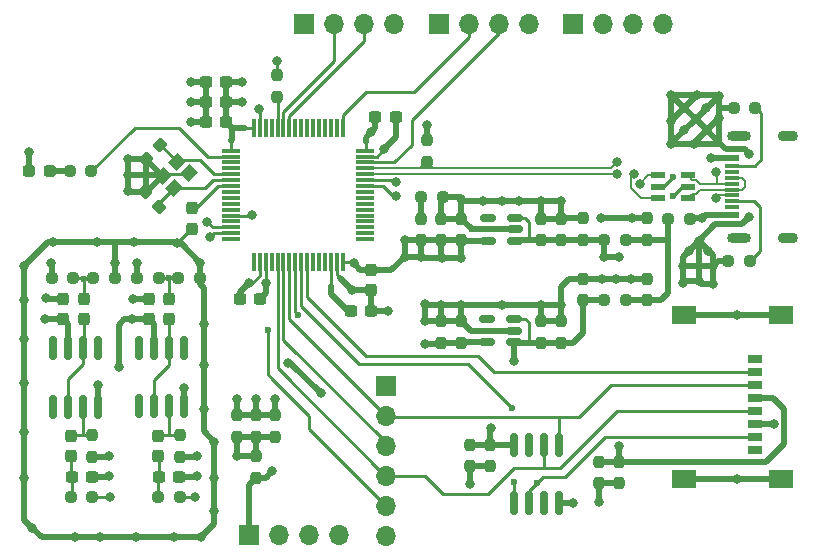
<source format=gbr>
%TF.GenerationSoftware,KiCad,Pcbnew,(6.0.4)*%
%TF.CreationDate,2023-02-16T23:06:39+01:00*%
%TF.ProjectId,Apollo - DSP,41706f6c-6c6f-4202-9d20-4453502e6b69,rev?*%
%TF.SameCoordinates,Original*%
%TF.FileFunction,Copper,L1,Top*%
%TF.FilePolarity,Positive*%
%FSLAX46Y46*%
G04 Gerber Fmt 4.6, Leading zero omitted, Abs format (unit mm)*
G04 Created by KiCad (PCBNEW (6.0.4)) date 2023-02-16 23:06:39*
%MOMM*%
%LPD*%
G01*
G04 APERTURE LIST*
G04 Aperture macros list*
%AMRoundRect*
0 Rectangle with rounded corners*
0 $1 Rounding radius*
0 $2 $3 $4 $5 $6 $7 $8 $9 X,Y pos of 4 corners*
0 Add a 4 corners polygon primitive as box body*
4,1,4,$2,$3,$4,$5,$6,$7,$8,$9,$2,$3,0*
0 Add four circle primitives for the rounded corners*
1,1,$1+$1,$2,$3*
1,1,$1+$1,$4,$5*
1,1,$1+$1,$6,$7*
1,1,$1+$1,$8,$9*
0 Add four rect primitives between the rounded corners*
20,1,$1+$1,$2,$3,$4,$5,0*
20,1,$1+$1,$4,$5,$6,$7,0*
20,1,$1+$1,$6,$7,$8,$9,0*
20,1,$1+$1,$8,$9,$2,$3,0*%
%AMRotRect*
0 Rectangle, with rotation*
0 The origin of the aperture is its center*
0 $1 length*
0 $2 width*
0 $3 Rotation angle, in degrees counterclockwise*
0 Add horizontal line*
21,1,$1,$2,0,0,$3*%
G04 Aperture macros list end*
%TA.AperFunction,SMDPad,CuDef*%
%ADD10RoundRect,0.237500X0.237500X-0.250000X0.237500X0.250000X-0.237500X0.250000X-0.237500X-0.250000X0*%
%TD*%
%TA.AperFunction,ComponentPad*%
%ADD11R,1.700000X1.700000*%
%TD*%
%TA.AperFunction,ComponentPad*%
%ADD12O,1.700000X1.700000*%
%TD*%
%TA.AperFunction,SMDPad,CuDef*%
%ADD13RoundRect,0.237500X0.250000X0.237500X-0.250000X0.237500X-0.250000X-0.237500X0.250000X-0.237500X0*%
%TD*%
%TA.AperFunction,SMDPad,CuDef*%
%ADD14RoundRect,0.237500X0.237500X-0.300000X0.237500X0.300000X-0.237500X0.300000X-0.237500X-0.300000X0*%
%TD*%
%TA.AperFunction,SMDPad,CuDef*%
%ADD15RoundRect,0.237500X0.380070X-0.044194X-0.044194X0.380070X-0.380070X0.044194X0.044194X-0.380070X0*%
%TD*%
%TA.AperFunction,SMDPad,CuDef*%
%ADD16RoundRect,0.237500X-0.237500X0.250000X-0.237500X-0.250000X0.237500X-0.250000X0.237500X0.250000X0*%
%TD*%
%TA.AperFunction,SMDPad,CuDef*%
%ADD17RoundRect,0.237500X0.300000X0.237500X-0.300000X0.237500X-0.300000X-0.237500X0.300000X-0.237500X0*%
%TD*%
%TA.AperFunction,SMDPad,CuDef*%
%ADD18RoundRect,0.237500X-0.250000X-0.237500X0.250000X-0.237500X0.250000X0.237500X-0.250000X0.237500X0*%
%TD*%
%TA.AperFunction,SMDPad,CuDef*%
%ADD19RoundRect,0.075000X-0.700000X-0.075000X0.700000X-0.075000X0.700000X0.075000X-0.700000X0.075000X0*%
%TD*%
%TA.AperFunction,SMDPad,CuDef*%
%ADD20RoundRect,0.075000X-0.075000X-0.700000X0.075000X-0.700000X0.075000X0.700000X-0.075000X0.700000X0*%
%TD*%
%TA.AperFunction,SMDPad,CuDef*%
%ADD21RoundRect,0.237500X0.044194X0.380070X-0.380070X-0.044194X-0.044194X-0.380070X0.380070X0.044194X0*%
%TD*%
%TA.AperFunction,SMDPad,CuDef*%
%ADD22RoundRect,0.150000X0.150000X-0.825000X0.150000X0.825000X-0.150000X0.825000X-0.150000X-0.825000X0*%
%TD*%
%TA.AperFunction,SMDPad,CuDef*%
%ADD23RoundRect,0.237500X-0.237500X0.300000X-0.237500X-0.300000X0.237500X-0.300000X0.237500X0.300000X0*%
%TD*%
%TA.AperFunction,SMDPad,CuDef*%
%ADD24R,1.160000X0.600000*%
%TD*%
%TA.AperFunction,SMDPad,CuDef*%
%ADD25R,1.160000X0.300000*%
%TD*%
%TA.AperFunction,ComponentPad*%
%ADD26O,1.700000X0.900000*%
%TD*%
%TA.AperFunction,ComponentPad*%
%ADD27O,2.000000X0.900000*%
%TD*%
%TA.AperFunction,SMDPad,CuDef*%
%ADD28RoundRect,0.150000X0.512500X0.150000X-0.512500X0.150000X-0.512500X-0.150000X0.512500X-0.150000X0*%
%TD*%
%TA.AperFunction,SMDPad,CuDef*%
%ADD29RoundRect,0.041300X0.563700X0.253700X-0.563700X0.253700X-0.563700X-0.253700X0.563700X-0.253700X0*%
%TD*%
%TA.AperFunction,SMDPad,CuDef*%
%ADD30RotRect,1.150000X1.000000X225.000000*%
%TD*%
%TA.AperFunction,SMDPad,CuDef*%
%ADD31R,1.200000X0.800000*%
%TD*%
%TA.AperFunction,SMDPad,CuDef*%
%ADD32R,2.000000X1.500000*%
%TD*%
%TA.AperFunction,SMDPad,CuDef*%
%ADD33RoundRect,0.237500X-0.300000X-0.237500X0.300000X-0.237500X0.300000X0.237500X-0.300000X0.237500X0*%
%TD*%
%TA.AperFunction,SMDPad,CuDef*%
%ADD34RoundRect,0.237500X-0.287500X-0.237500X0.287500X-0.237500X0.287500X0.237500X-0.287500X0.237500X0*%
%TD*%
%TA.AperFunction,ViaPad*%
%ADD35C,0.800000*%
%TD*%
%TA.AperFunction,ViaPad*%
%ADD36C,0.600000*%
%TD*%
%TA.AperFunction,Conductor*%
%ADD37C,0.508000*%
%TD*%
%TA.AperFunction,Conductor*%
%ADD38C,0.254000*%
%TD*%
%TA.AperFunction,Conductor*%
%ADD39C,0.200000*%
%TD*%
%TA.AperFunction,Conductor*%
%ADD40C,0.250000*%
%TD*%
G04 APERTURE END LIST*
D10*
%TO.P,C2,1*%
%TO.N,+5V*%
X103425000Y-98312500D03*
%TO.P,C2,2*%
%TO.N,GND*%
X103425000Y-96487500D03*
%TD*%
D11*
%TO.P,J7,1,Pin_1*%
%TO.N,3.3V*%
X86700000Y-110650000D03*
D12*
%TO.P,J7,2,Pin_2*%
%TO.N,MOSI*%
X86700000Y-113190000D03*
%TO.P,J7,3,Pin_3*%
%TO.N,MISO*%
X86700000Y-115730000D03*
%TO.P,J7,4,Pin_4*%
%TO.N,SCLK*%
X86700000Y-118270000D03*
%TO.P,J7,5,Pin_5*%
%TO.N,CONN_nCS*%
X86700000Y-120810000D03*
%TO.P,J7,6,Pin_6*%
%TO.N,GND*%
X86700000Y-123350000D03*
%TD*%
D13*
%TO.P,D1,1,K*%
%TO.N,GND*%
X91537500Y-94712500D03*
%TO.P,D1,2,A*%
%TO.N,Net-(D1-Pad2)*%
X89712500Y-94712500D03*
%TD*%
D10*
%TO.P,C9,1*%
%TO.N,+5VA*%
X103425000Y-103412500D03*
%TO.P,C9,2*%
%TO.N,GND*%
X103425000Y-101587500D03*
%TD*%
%TO.P,C1,1*%
%TO.N,VBUS*%
X108825000Y-98312500D03*
%TO.P,C1,2*%
%TO.N,GND*%
X108825000Y-96487500D03*
%TD*%
D14*
%TO.P,C26,1*%
%TO.N,/Analog/CH1_LPF*%
X67470000Y-116617500D03*
%TO.P,C26,2*%
%TO.N,/Analog/CH1_+*%
X67470000Y-114892500D03*
%TD*%
D15*
%TO.P,C21,1*%
%TO.N,X2*%
X67533624Y-95496187D03*
%TO.P,C21,2*%
%TO.N,GND*%
X66313864Y-94276427D03*
%TD*%
D16*
%TO.P,C31,1*%
%TO.N,3.3V*%
X104800000Y-117087500D03*
%TO.P,C31,2*%
%TO.N,GND*%
X104800000Y-118912500D03*
%TD*%
D13*
%TO.P,F1,1*%
%TO.N,/POW*%
X112437500Y-96500000D03*
%TO.P,F1,2*%
%TO.N,VBUS*%
X110612500Y-96500000D03*
%TD*%
D17*
%TO.P,C28,1*%
%TO.N,GND*%
X61832500Y-118367500D03*
%TO.P,C28,2*%
%TO.N,/Analog/CH0_LPF*%
X60107500Y-118367500D03*
%TD*%
D10*
%TO.P,C23,1*%
%TO.N,VAA*%
X74100000Y-114962500D03*
%TO.P,C23,2*%
%TO.N,GND*%
X74100000Y-113137500D03*
%TD*%
D18*
%TO.P,R11,1*%
%TO.N,/Analog/CH0_LPF*%
X60057500Y-120067500D03*
%TO.P,R11,2*%
%TO.N,CH0_IN*%
X61882500Y-120067500D03*
%TD*%
D13*
%TO.P,FB1,1*%
%TO.N,VBUS*%
X107037500Y-98300000D03*
%TO.P,FB1,2*%
%TO.N,+5V*%
X105212500Y-98300000D03*
%TD*%
D18*
%TO.P,D3,1,K*%
%TO.N,+3.3VA*%
X65657500Y-101567500D03*
%TO.P,D3,2,A*%
%TO.N,ADC_CH1_IN*%
X67482500Y-101567500D03*
%TD*%
D16*
%TO.P,R1,1*%
%TO.N,Net-(D1-Pad2)*%
X89725000Y-96500000D03*
%TO.P,R1,2*%
%TO.N,3.3V*%
X89725000Y-98325000D03*
%TD*%
D10*
%TO.P,C3,1*%
%TO.N,+5V*%
X101525000Y-98325000D03*
%TO.P,C3,2*%
%TO.N,GND*%
X101525000Y-96500000D03*
%TD*%
D19*
%TO.P,U4,1,VBAT*%
%TO.N,3.3V*%
X73625000Y-90750000D03*
%TO.P,U4,2,PC13*%
%TO.N,Net-(U4-Pad2)*%
X73625000Y-91250000D03*
%TO.P,U4,3,PC14*%
%TO.N,unconnected-(U4-Pad3)*%
X73625000Y-91750000D03*
%TO.P,U4,4,PC15*%
%TO.N,unconnected-(U4-Pad4)*%
X73625000Y-92250000D03*
%TO.P,U4,5,PH0*%
%TO.N,X1*%
X73625000Y-92750000D03*
%TO.P,U4,6,PH1*%
%TO.N,X2*%
X73625000Y-93250000D03*
%TO.P,U4,7,NRST*%
%TO.N,NRST*%
X73625000Y-93750000D03*
%TO.P,U4,8,PC0*%
%TO.N,unconnected-(U4-Pad8)*%
X73625000Y-94250000D03*
%TO.P,U4,9,PC1*%
%TO.N,unconnected-(U4-Pad9)*%
X73625000Y-94750000D03*
%TO.P,U4,10,PC2*%
%TO.N,unconnected-(U4-Pad10)*%
X73625000Y-95250000D03*
%TO.P,U4,11,PC3*%
%TO.N,unconnected-(U4-Pad11)*%
X73625000Y-95750000D03*
%TO.P,U4,12,VSSA*%
%TO.N,GND*%
X73625000Y-96250000D03*
%TO.P,U4,13,VREF+*%
%TO.N,unconnected-(U4-Pad13)*%
X73625000Y-96750000D03*
%TO.P,U4,14,PA0*%
%TO.N,ADC_CH0_IN*%
X73625000Y-97250000D03*
%TO.P,U4,15,PA1*%
%TO.N,ADC_CH1_IN*%
X73625000Y-97750000D03*
%TO.P,U4,16,PA2*%
%TO.N,unconnected-(U4-Pad16)*%
X73625000Y-98250000D03*
D20*
%TO.P,U4,17,PA3*%
%TO.N,unconnected-(U4-Pad17)*%
X75550000Y-100175000D03*
%TO.P,U4,18,VSS*%
%TO.N,GND*%
X76050000Y-100175000D03*
%TO.P,U4,19,VDD*%
%TO.N,3.3V*%
X76550000Y-100175000D03*
%TO.P,U4,20,PA4*%
%TO.N,unconnected-(U4-Pad20)*%
X77050000Y-100175000D03*
%TO.P,U4,21,PA5*%
%TO.N,SCLK*%
X77550000Y-100175000D03*
%TO.P,U4,22,PA6*%
%TO.N,MISO*%
X78050000Y-100175000D03*
%TO.P,U4,23,PA7*%
%TO.N,MOSI*%
X78550000Y-100175000D03*
%TO.P,U4,24,PC4*%
%TO.N,CONN_nCS*%
X79050000Y-100175000D03*
%TO.P,U4,25,PC5*%
%TO.N,RAM_nCS*%
X79550000Y-100175000D03*
%TO.P,U4,26,PB0*%
%TO.N,SD_nCS*%
X80050000Y-100175000D03*
%TO.P,U4,27,PB1*%
%TO.N,unconnected-(U4-Pad27)*%
X80550000Y-100175000D03*
%TO.P,U4,28,PB2*%
%TO.N,unconnected-(U4-Pad28)*%
X81050000Y-100175000D03*
%TO.P,U4,29,PB10*%
%TO.N,unconnected-(U4-Pad29)*%
X81550000Y-100175000D03*
%TO.P,U4,30,VCAP1*%
%TO.N,Net-(C36-Pad1)*%
X82050000Y-100175000D03*
%TO.P,U4,31,VSS*%
%TO.N,GND*%
X82550000Y-100175000D03*
%TO.P,U4,32,VDD*%
%TO.N,3.3V*%
X83050000Y-100175000D03*
D19*
%TO.P,U4,33,PB12*%
%TO.N,unconnected-(U4-Pad33)*%
X84975000Y-98250000D03*
%TO.P,U4,34,PB13*%
%TO.N,unconnected-(U4-Pad34)*%
X84975000Y-97750000D03*
%TO.P,U4,35,PB14*%
%TO.N,unconnected-(U4-Pad35)*%
X84975000Y-97250000D03*
%TO.P,U4,36,PB15*%
%TO.N,unconnected-(U4-Pad36)*%
X84975000Y-96750000D03*
%TO.P,U4,37,PC6*%
%TO.N,unconnected-(U4-Pad37)*%
X84975000Y-96250000D03*
%TO.P,U4,38,PC7*%
%TO.N,unconnected-(U4-Pad38)*%
X84975000Y-95750000D03*
%TO.P,U4,39,PC8*%
%TO.N,unconnected-(U4-Pad39)*%
X84975000Y-95250000D03*
%TO.P,U4,40,PC9*%
%TO.N,unconnected-(U4-Pad40)*%
X84975000Y-94750000D03*
%TO.P,U4,41,PA8*%
%TO.N,unconnected-(U4-Pad41)*%
X84975000Y-94250000D03*
%TO.P,U4,42,PA9*%
%TO.N,Tx*%
X84975000Y-93750000D03*
%TO.P,U4,43,PA10*%
%TO.N,Rx*%
X84975000Y-93250000D03*
%TO.P,U4,44,PA11*%
%TO.N,USB_D-*%
X84975000Y-92750000D03*
%TO.P,U4,45,PA12*%
%TO.N,USB_D+*%
X84975000Y-92250000D03*
%TO.P,U4,46,PA13*%
%TO.N,SWDIO*%
X84975000Y-91750000D03*
%TO.P,U4,47,VSS*%
%TO.N,GND*%
X84975000Y-91250000D03*
%TO.P,U4,48,VDD*%
%TO.N,3.3V*%
X84975000Y-90750000D03*
D20*
%TO.P,U4,49,PA14*%
%TO.N,SWCLK*%
X83050000Y-88825000D03*
%TO.P,U4,50,PA15*%
%TO.N,unconnected-(U4-Pad50)*%
X82550000Y-88825000D03*
%TO.P,U4,51,PC10*%
%TO.N,unconnected-(U4-Pad51)*%
X82050000Y-88825000D03*
%TO.P,U4,52,PC11*%
%TO.N,unconnected-(U4-Pad52)*%
X81550000Y-88825000D03*
%TO.P,U4,53,PC12*%
%TO.N,unconnected-(U4-Pad53)*%
X81050000Y-88825000D03*
%TO.P,U4,54,PD2*%
%TO.N,unconnected-(U4-Pad54)*%
X80550000Y-88825000D03*
%TO.P,U4,55,PB3*%
%TO.N,unconnected-(U4-Pad55)*%
X80050000Y-88825000D03*
%TO.P,U4,56,PB4*%
%TO.N,unconnected-(U4-Pad56)*%
X79550000Y-88825000D03*
%TO.P,U4,57,PB5*%
%TO.N,unconnected-(U4-Pad57)*%
X79050000Y-88825000D03*
%TO.P,U4,58,PB6*%
%TO.N,SCL*%
X78550000Y-88825000D03*
%TO.P,U4,59,PB7*%
%TO.N,SDA*%
X78050000Y-88825000D03*
%TO.P,U4,60,BOOT0*%
%TO.N,BOOT0*%
X77550000Y-88825000D03*
%TO.P,U4,61,PB8*%
%TO.N,unconnected-(U4-Pad61)*%
X77050000Y-88825000D03*
%TO.P,U4,62,PB9*%
%TO.N,unconnected-(U4-Pad62)*%
X76550000Y-88825000D03*
%TO.P,U4,63,VSS*%
%TO.N,GND*%
X76050000Y-88825000D03*
%TO.P,U4,64,VDD*%
%TO.N,3.3V*%
X75550000Y-88825000D03*
%TD*%
D10*
%TO.P,C12,1*%
%TO.N,+3.3VA*%
X93125000Y-107000000D03*
%TO.P,C12,2*%
%TO.N,GND*%
X93125000Y-105175000D03*
%TD*%
D17*
%TO.P,C33,1*%
%TO.N,GND*%
X69232500Y-118355000D03*
%TO.P,C33,2*%
%TO.N,/Analog/CH1_LPF*%
X67507500Y-118355000D03*
%TD*%
D10*
%TO.P,C7,1*%
%TO.N,VAA*%
X75700000Y-114962500D03*
%TO.P,C7,2*%
%TO.N,GND*%
X75700000Y-113137500D03*
%TD*%
D16*
%TO.P,C30,1*%
%TO.N,3.3V*%
X106500000Y-117087500D03*
%TO.P,C30,2*%
%TO.N,GND*%
X106500000Y-118912500D03*
%TD*%
D21*
%TO.P,C20,1*%
%TO.N,X1*%
X67633624Y-90276427D03*
%TO.P,C20,2*%
%TO.N,GND*%
X66413864Y-91496187D03*
%TD*%
D22*
%TO.P,U6,1*%
%TO.N,N/C*%
X58517500Y-112442500D03*
%TO.P,U6,2,-*%
%TO.N,/Analog/CH0_OP_OUT*%
X59787500Y-112442500D03*
%TO.P,U6,3,+*%
%TO.N,/Analog/CH0_+*%
X61057500Y-112442500D03*
%TO.P,U6,4,V-*%
%TO.N,GND*%
X62327500Y-112442500D03*
%TO.P,U6,5*%
%TO.N,N/C*%
X62327500Y-107492500D03*
%TO.P,U6,6*%
%TO.N,/Analog/CH0_OP_OUT*%
X61057500Y-107492500D03*
%TO.P,U6,7,V+*%
%TO.N,+5VA*%
X59787500Y-107492500D03*
%TO.P,U6,8,NC*%
%TO.N,unconnected-(U6-Pad8)*%
X58517500Y-107492500D03*
%TD*%
D23*
%TO.P,C14,1*%
%TO.N,3.3V*%
X85500000Y-100837500D03*
%TO.P,C14,2*%
%TO.N,GND*%
X85500000Y-102562500D03*
%TD*%
D24*
%TO.P,J1,A1,GND*%
%TO.N,GND*%
X116015000Y-97000000D03*
%TO.P,J1,A4,VBUS*%
%TO.N,/POW*%
X116015000Y-96200000D03*
D25*
%TO.P,J1,A5,CC1*%
%TO.N,Net-(J1-PadA5)*%
X116015000Y-95050000D03*
%TO.P,J1,A6,D+*%
%TO.N,USB_CONN_+*%
X116015000Y-94050000D03*
%TO.P,J1,A7,D-*%
%TO.N,USB_CONN_-*%
X116015000Y-93550000D03*
%TO.P,J1,A8,SBU1*%
%TO.N,unconnected-(J1-PadA8)*%
X116015000Y-92550000D03*
D24*
%TO.P,J1,A9,VBUS*%
%TO.N,/POW*%
X116015000Y-91400000D03*
%TO.P,J1,A12,GND*%
%TO.N,GND*%
X116015000Y-90600000D03*
%TO.P,J1,B1,GND*%
X116015000Y-90600000D03*
%TO.P,J1,B4,VBUS*%
%TO.N,/POW*%
X116015000Y-91400000D03*
D25*
%TO.P,J1,B5,CC2*%
%TO.N,Net-(J1-PadB5)*%
X116015000Y-92050000D03*
%TO.P,J1,B6,D+*%
%TO.N,USB_CONN_+*%
X116015000Y-93050000D03*
%TO.P,J1,B7,D-*%
%TO.N,USB_CONN_-*%
X116015000Y-94550000D03*
%TO.P,J1,B8,SBU2*%
%TO.N,unconnected-(J1-PadB8)*%
X116015000Y-95550000D03*
D24*
%TO.P,J1,B9,VBUS*%
%TO.N,/POW*%
X116015000Y-96200000D03*
%TO.P,J1,B12,GND*%
%TO.N,GND*%
X116015000Y-97000000D03*
D26*
%TO.P,J1,S1,SHIELD*%
%TO.N,unconnected-(J1-PadS1)*%
X120765000Y-89480000D03*
D27*
X116595000Y-89480000D03*
D26*
X120765000Y-98120000D03*
D27*
X116595000Y-98120000D03*
%TD*%
D17*
%TO.P,C17,1*%
%TO.N,3.3V*%
X73200000Y-88300000D03*
%TO.P,C17,2*%
%TO.N,GND*%
X71475000Y-88300000D03*
%TD*%
%TO.P,C19,1*%
%TO.N,3.3V*%
X73200000Y-86600000D03*
%TO.P,C19,2*%
%TO.N,GND*%
X71475000Y-86600000D03*
%TD*%
D16*
%TO.P,C35,1*%
%TO.N,3.3V*%
X93875000Y-115662500D03*
%TO.P,C35,2*%
%TO.N,GND*%
X93875000Y-117487500D03*
%TD*%
D10*
%TO.P,R6,1*%
%TO.N,BOOT0*%
X77500000Y-86212500D03*
%TO.P,R6,2*%
%TO.N,GND*%
X77500000Y-84387500D03*
%TD*%
%TO.P,C10,1*%
%TO.N,+5VA*%
X99825000Y-107000000D03*
%TO.P,C10,2*%
%TO.N,GND*%
X99825000Y-105175000D03*
%TD*%
D11*
%TO.P,J5,1,Pin_1*%
%TO.N,3.3V*%
X102600000Y-80000000D03*
D12*
%TO.P,J5,2,Pin_2*%
%TO.N,Rx*%
X105140000Y-80000000D03*
%TO.P,J5,3,Pin_3*%
%TO.N,Tx*%
X107680000Y-80000000D03*
%TO.P,J5,4,Pin_4*%
%TO.N,GND*%
X110220000Y-80000000D03*
%TD*%
D28*
%TO.P,U1,1,VIN*%
%TO.N,+5V*%
X97625000Y-98362500D03*
%TO.P,U1,2,GND*%
%TO.N,GND*%
X97625000Y-97412500D03*
%TO.P,U1,3,EN*%
%TO.N,+5V*%
X97625000Y-96462500D03*
%TO.P,U1,4,NC*%
%TO.N,unconnected-(U1-Pad4)*%
X95350000Y-96462500D03*
%TO.P,U1,5,VOUT*%
%TO.N,3.3V*%
X95350000Y-98362500D03*
%TD*%
D10*
%TO.P,R5,1*%
%TO.N,VAA*%
X77300000Y-114962500D03*
%TO.P,R5,2*%
%TO.N,GND*%
X77300000Y-113137500D03*
%TD*%
D13*
%TO.P,R7,1*%
%TO.N,Net-(U4-Pad2)*%
X61781250Y-92500000D03*
%TO.P,R7,2*%
%TO.N,Net-(D2-Pad2)*%
X59956250Y-92500000D03*
%TD*%
D10*
%TO.P,C11,1*%
%TO.N,+5VA*%
X101525000Y-107000000D03*
%TO.P,C11,2*%
%TO.N,GND*%
X101525000Y-105175000D03*
%TD*%
D14*
%TO.P,C27,1*%
%TO.N,/Analog/CH0_LPF*%
X60070000Y-116630000D03*
%TO.P,C27,2*%
%TO.N,/Analog/CH0_+*%
X60070000Y-114905000D03*
%TD*%
D11*
%TO.P,J6,1,Pin_1*%
%TO.N,+3.3VA*%
X75100000Y-123300000D03*
D12*
%TO.P,J6,2,Pin_2*%
%TO.N,CH0_IN*%
X77640000Y-123300000D03*
%TO.P,J6,3,Pin_3*%
%TO.N,CH1_IN*%
X80180000Y-123300000D03*
%TO.P,J6,4,Pin_4*%
%TO.N,GND*%
X82720000Y-123300000D03*
%TD*%
D16*
%TO.P,R13,1*%
%TO.N,3.3V*%
X90200000Y-89887500D03*
%TO.P,R13,2*%
%TO.N,USB_D+*%
X90200000Y-91712500D03*
%TD*%
D18*
%TO.P,D6,1,K*%
%TO.N,ADC_CH0_IN*%
X61922500Y-101567500D03*
%TO.P,D6,2,A*%
%TO.N,GND*%
X63747500Y-101567500D03*
%TD*%
D10*
%TO.P,C13,1*%
%TO.N,+3.3VA*%
X91425000Y-107000000D03*
%TO.P,C13,2*%
%TO.N,GND*%
X91425000Y-105175000D03*
%TD*%
D14*
%TO.P,C29,1*%
%TO.N,/Analog/CH0_OP_OUT*%
X61122500Y-105030000D03*
%TO.P,C29,2*%
%TO.N,ADC_CH0_IN*%
X61122500Y-103305000D03*
%TD*%
D10*
%TO.P,C4,1*%
%TO.N,+5V*%
X99825000Y-98325000D03*
%TO.P,C4,2*%
%TO.N,GND*%
X99825000Y-96500000D03*
%TD*%
D29*
%TO.P,U2,1*%
%TO.N,USB_CONN_+*%
X112280000Y-94750000D03*
%TO.P,U2,2*%
%TO.N,GND*%
X112280000Y-93800000D03*
%TO.P,U2,3*%
%TO.N,USB_CONN_-*%
X112280000Y-92850000D03*
%TO.P,U2,4*%
%TO.N,USB_D-*%
X109770000Y-92850000D03*
%TO.P,U2,5*%
%TO.N,+5V*%
X109770000Y-93800000D03*
%TO.P,U2,6*%
%TO.N,USB_D+*%
X109770000Y-94750000D03*
%TD*%
D16*
%TO.P,R10,1*%
%TO.N,/Analog/CH0_+*%
X61870000Y-114855000D03*
%TO.P,R10,2*%
%TO.N,VAA*%
X61870000Y-116680000D03*
%TD*%
D18*
%TO.P,R12,1*%
%TO.N,/Analog/CH1_LPF*%
X67457500Y-120055000D03*
%TO.P,R12,2*%
%TO.N,CH1_IN*%
X69282500Y-120055000D03*
%TD*%
D30*
%TO.P,Y1,1,1*%
%TO.N,X1*%
X69047488Y-91672614D03*
%TO.P,Y1,2,2*%
%TO.N,GND*%
X67810051Y-92910051D03*
%TO.P,Y1,3,3*%
%TO.N,X2*%
X68800000Y-93900000D03*
%TO.P,Y1,4,4*%
%TO.N,GND*%
X70037437Y-92662563D03*
%TD*%
D23*
%TO.P,C22,1*%
%TO.N,NRST*%
X70300000Y-95637500D03*
%TO.P,C22,2*%
%TO.N,GND*%
X70300000Y-97362500D03*
%TD*%
D17*
%TO.P,C15,1*%
%TO.N,3.3V*%
X76100000Y-103300000D03*
%TO.P,C15,2*%
%TO.N,GND*%
X74375000Y-103300000D03*
%TD*%
D13*
%TO.P,R3,1*%
%TO.N,Net-(J1-PadB5)*%
X118012500Y-87100000D03*
%TO.P,R3,2*%
%TO.N,GND*%
X116187500Y-87100000D03*
%TD*%
D14*
%TO.P,C25,1*%
%TO.N,+5VA*%
X59422500Y-105030000D03*
%TO.P,C25,2*%
%TO.N,GND*%
X59422500Y-103305000D03*
%TD*%
D13*
%TO.P,R2,1*%
%TO.N,Net-(J1-PadA5)*%
X117537500Y-100100000D03*
%TO.P,R2,2*%
%TO.N,GND*%
X115712500Y-100100000D03*
%TD*%
D14*
%TO.P,C32,1*%
%TO.N,/Analog/CH1_OP_OUT*%
X68370000Y-105030000D03*
%TO.P,C32,2*%
%TO.N,ADC_CH1_IN*%
X68370000Y-103305000D03*
%TD*%
D13*
%TO.P,FB2,1*%
%TO.N,VBUS*%
X107037500Y-103400000D03*
%TO.P,FB2,2*%
%TO.N,+5VA*%
X105212500Y-103400000D03*
%TD*%
D18*
%TO.P,D4,1,K*%
%TO.N,+3.3VA*%
X58422500Y-101567500D03*
%TO.P,D4,2,A*%
%TO.N,ADC_CH0_IN*%
X60247500Y-101567500D03*
%TD*%
D16*
%TO.P,R4,1*%
%TO.N,VAA*%
X75700000Y-116637500D03*
%TO.P,R4,2*%
%TO.N,+3.3VA*%
X75700000Y-118462500D03*
%TD*%
D31*
%TO.P,J3,1,DAT2*%
%TO.N,unconnected-(J3-Pad1)*%
X118000000Y-108400000D03*
%TO.P,J3,2,CD/DAT3*%
%TO.N,SD_nCS*%
X118000000Y-109500000D03*
%TO.P,J3,3,CMD*%
%TO.N,MOSI*%
X118000000Y-110600000D03*
%TO.P,J3,4,VDD*%
%TO.N,3.3V*%
X118000000Y-111700000D03*
%TO.P,J3,5,CLK*%
%TO.N,SCLK*%
X118000000Y-112800000D03*
%TO.P,J3,6,VSS*%
%TO.N,GND*%
X118000000Y-113900000D03*
%TO.P,J3,7,DAT0*%
%TO.N,MISO*%
X118000000Y-115000000D03*
%TO.P,J3,8,DAT1*%
%TO.N,unconnected-(J3-Pad8)*%
X118000000Y-116100000D03*
D32*
%TO.P,J3,9,SHIELD*%
%TO.N,GND*%
X120200000Y-118570000D03*
%TO.P,J3,10,SHIELD*%
X112000000Y-118570000D03*
%TO.P,J3,11,SHIELD*%
X112000000Y-104680000D03*
%TO.P,J3,12,SHIELD*%
X120200000Y-104680000D03*
%TD*%
D33*
%TO.P,C36,1*%
%TO.N,Net-(C36-Pad1)*%
X83737500Y-104300000D03*
%TO.P,C36,2*%
%TO.N,GND*%
X85462500Y-104300000D03*
%TD*%
D11*
%TO.P,J4,1,Pin_1*%
%TO.N,3.3V*%
X79820000Y-80000000D03*
D12*
%TO.P,J4,2,Pin_2*%
%TO.N,SDA*%
X82360000Y-80000000D03*
%TO.P,J4,3,Pin_3*%
%TO.N,SCL*%
X84900000Y-80000000D03*
%TO.P,J4,4,Pin_4*%
%TO.N,GND*%
X87440000Y-80000000D03*
%TD*%
D16*
%TO.P,R9,1*%
%TO.N,/Analog/CH1_+*%
X69270000Y-114855000D03*
%TO.P,R9,2*%
%TO.N,VAA*%
X69270000Y-116680000D03*
%TD*%
D10*
%TO.P,C5,1*%
%TO.N,3.3V*%
X93125000Y-98325000D03*
%TO.P,C5,2*%
%TO.N,GND*%
X93125000Y-96500000D03*
%TD*%
D17*
%TO.P,C18,1*%
%TO.N,3.3V*%
X73200000Y-84900000D03*
%TO.P,C18,2*%
%TO.N,GND*%
X71475000Y-84900000D03*
%TD*%
D22*
%TO.P,U7,1,~{CE}*%
%TO.N,RAM_nCS*%
X97590000Y-120600000D03*
%TO.P,U7,2,SO/SIO*%
%TO.N,MISO*%
X98860000Y-120600000D03*
%TO.P,U7,3,SIO2*%
%TO.N,SIO2*%
X100130000Y-120600000D03*
%TO.P,U7,4,VSS*%
%TO.N,GND*%
X101400000Y-120600000D03*
%TO.P,U7,5,SI/SIO*%
%TO.N,MOSI*%
X101400000Y-115650000D03*
%TO.P,U7,6,SCLK*%
%TO.N,SCLK*%
X100130000Y-115650000D03*
%TO.P,U7,7,SIO3*%
%TO.N,SIO3*%
X98860000Y-115650000D03*
%TO.P,U7,8,VCC*%
%TO.N,3.3V*%
X97590000Y-115650000D03*
%TD*%
D10*
%TO.P,C8,1*%
%TO.N,VBUS*%
X108800000Y-103412500D03*
%TO.P,C8,2*%
%TO.N,GND*%
X108800000Y-101587500D03*
%TD*%
D18*
%TO.P,D5,1,K*%
%TO.N,ADC_CH1_IN*%
X69157500Y-101567500D03*
%TO.P,D5,2,A*%
%TO.N,GND*%
X70982500Y-101567500D03*
%TD*%
D28*
%TO.P,U3,1,VIN*%
%TO.N,+5VA*%
X97562500Y-106937500D03*
%TO.P,U3,2,GND*%
%TO.N,GND*%
X97562500Y-105987500D03*
%TO.P,U3,3,EN*%
%TO.N,+5VA*%
X97562500Y-105037500D03*
%TO.P,U3,4,NC*%
%TO.N,unconnected-(U3-Pad4)*%
X95287500Y-105037500D03*
%TO.P,U3,5,VOUT*%
%TO.N,+3.3VA*%
X95287500Y-106937500D03*
%TD*%
D16*
%TO.P,C34,1*%
%TO.N,3.3V*%
X95575000Y-115662500D03*
%TO.P,C34,2*%
%TO.N,GND*%
X95575000Y-117487500D03*
%TD*%
D34*
%TO.P,D2,1,K*%
%TO.N,GND*%
X56493750Y-92500000D03*
%TO.P,D2,2,A*%
%TO.N,Net-(D2-Pad2)*%
X58243750Y-92500000D03*
%TD*%
D11*
%TO.P,J2,1,Pin_1*%
%TO.N,3.3V*%
X91200000Y-80000000D03*
D12*
%TO.P,J2,2,Pin_2*%
%TO.N,SWCLK*%
X93740000Y-80000000D03*
%TO.P,J2,3,Pin_3*%
%TO.N,SWDIO*%
X96280000Y-80000000D03*
%TO.P,J2,4,Pin_4*%
%TO.N,GND*%
X98820000Y-80000000D03*
%TD*%
D33*
%TO.P,C16,1*%
%TO.N,3.3V*%
X85837500Y-87900000D03*
%TO.P,C16,2*%
%TO.N,GND*%
X87562500Y-87900000D03*
%TD*%
D22*
%TO.P,U5,1*%
%TO.N,N/C*%
X65830000Y-112405000D03*
%TO.P,U5,2,-*%
%TO.N,/Analog/CH1_OP_OUT*%
X67100000Y-112405000D03*
%TO.P,U5,3,+*%
%TO.N,/Analog/CH1_+*%
X68370000Y-112405000D03*
%TO.P,U5,4,V-*%
%TO.N,GND*%
X69640000Y-112405000D03*
%TO.P,U5,5*%
%TO.N,N/C*%
X69640000Y-107455000D03*
%TO.P,U5,6*%
%TO.N,/Analog/CH1_OP_OUT*%
X68370000Y-107455000D03*
%TO.P,U5,7,V+*%
%TO.N,+5VA*%
X67100000Y-107455000D03*
%TO.P,U5,8,NC*%
%TO.N,unconnected-(U5-Pad8)*%
X65830000Y-107455000D03*
%TD*%
D14*
%TO.P,C24,1*%
%TO.N,+5VA*%
X66670000Y-105030000D03*
%TO.P,C24,2*%
%TO.N,GND*%
X66670000Y-103305000D03*
%TD*%
D10*
%TO.P,C6,1*%
%TO.N,3.3V*%
X91425000Y-98325000D03*
%TO.P,C6,2*%
%TO.N,GND*%
X91425000Y-96500000D03*
%TD*%
D35*
%TO.N,GND*%
X56100000Y-110400000D03*
X116430000Y-118570000D03*
X93125000Y-103787500D03*
X86900000Y-104300000D03*
X114400000Y-102022500D03*
X112800000Y-90222500D03*
X114900000Y-88022500D03*
X71300000Y-112600000D03*
X102600000Y-120600000D03*
X65270000Y-103330000D03*
X111900000Y-100522500D03*
X70200000Y-88300000D03*
X112000000Y-89022500D03*
X63270000Y-118330000D03*
X65400000Y-98500000D03*
X56491250Y-90900000D03*
X71300000Y-108900000D03*
X62500000Y-123500000D03*
D36*
X94037500Y-97412500D03*
D35*
X56100000Y-103400000D03*
X112950000Y-88072500D03*
D36*
X111000000Y-94622500D03*
D35*
X93875000Y-118975000D03*
D36*
X96525000Y-97412500D03*
D35*
X70770000Y-118330000D03*
X113850000Y-87172500D03*
X90000000Y-103750000D03*
X119600000Y-113900000D03*
X106212500Y-101587500D03*
X110900000Y-86022500D03*
X117497536Y-90997536D03*
X107537500Y-96487500D03*
X116420000Y-104680000D03*
X90000000Y-105150000D03*
X60400000Y-123500000D03*
X98025000Y-95012500D03*
X104937500Y-96487500D03*
X64900000Y-92800000D03*
X71300000Y-105400000D03*
X114400000Y-100522500D03*
X57970000Y-103230000D03*
X101525000Y-95012500D03*
X56800000Y-122700000D03*
X99825000Y-95012500D03*
X114000000Y-99222500D03*
X113900000Y-89022500D03*
X94925000Y-95012500D03*
X66413864Y-92796187D03*
X110900000Y-90222500D03*
X64900000Y-91500000D03*
X76000000Y-87200000D03*
X56100000Y-100500000D03*
X77300000Y-111772500D03*
X62300000Y-98500000D03*
X86600000Y-90600000D03*
X62370000Y-110630000D03*
X65600000Y-123500000D03*
X96525000Y-103787500D03*
X111900000Y-101922500D03*
X74100000Y-111772500D03*
X114900000Y-86122500D03*
X112350000Y-99272500D03*
X56100000Y-114600000D03*
X72200000Y-118500000D03*
X113200000Y-98422500D03*
X68800000Y-123500000D03*
X104800000Y-120500000D03*
X113200000Y-101822500D03*
X70200000Y-86600000D03*
X58500000Y-98500000D03*
X71100000Y-123500000D03*
X101525000Y-103787500D03*
X93125000Y-94812500D03*
X75400000Y-96200000D03*
X117500000Y-96400000D03*
X64900000Y-94200000D03*
X113100000Y-86022500D03*
X107512500Y-101587500D03*
X72200000Y-115400000D03*
D36*
X96425000Y-105987500D03*
D35*
X99825000Y-103787500D03*
X113200000Y-100522500D03*
X56100000Y-106700000D03*
X63770000Y-100230000D03*
X75700000Y-111772500D03*
X69000000Y-98600000D03*
X91425000Y-103787500D03*
X77500000Y-83200000D03*
X110900000Y-88222500D03*
X83862500Y-102562500D03*
X96525000Y-95012500D03*
X112000000Y-87122500D03*
X72200000Y-121300000D03*
X70200000Y-84900000D03*
X70970000Y-100230000D03*
X104987500Y-101587500D03*
X75100000Y-102000000D03*
X56100000Y-118500000D03*
X69670000Y-110830000D03*
D36*
%TO.N,+5V*%
X102510000Y-98312500D03*
X111000000Y-93022500D03*
X98812500Y-98325000D03*
D35*
X105200000Y-99722500D03*
X106500000Y-99722500D03*
%TO.N,3.3V*%
X93100000Y-99800000D03*
X90200000Y-88600000D03*
X91500000Y-99800000D03*
X85500000Y-89200000D03*
X74500000Y-84900000D03*
X106500000Y-115724500D03*
X84000000Y-100300000D03*
X95600000Y-114200000D03*
X76600000Y-102000000D03*
X74500000Y-86600000D03*
X88300000Y-99722500D03*
X89700000Y-99722500D03*
X88300000Y-98322500D03*
%TO.N,VAA*%
X70770000Y-116630000D03*
X74100000Y-116572500D03*
X63270000Y-116630000D03*
%TO.N,+5VA*%
X97600000Y-108600000D03*
X65200000Y-105000000D03*
X78400000Y-108700000D03*
X64100000Y-109100000D03*
X81200000Y-111300000D03*
X57900000Y-105000000D03*
%TO.N,+3.3VA*%
X77100000Y-117900000D03*
X65670000Y-100230000D03*
X90000000Y-107100000D03*
X58370000Y-100230000D03*
%TO.N,USB_CONN_-*%
X114700000Y-94749500D03*
X114700000Y-92600000D03*
%TO.N,CH1_IN*%
X70600000Y-120100000D03*
%TO.N,CH0_IN*%
X63400000Y-120100000D03*
%TO.N,USB_D-*%
X106300000Y-92700000D03*
X108200000Y-93600000D03*
%TO.N,USB_D+*%
X106300000Y-91700497D03*
X107712770Y-92723527D03*
%TO.N,ADC_CH1_IN*%
X71800000Y-98100000D03*
D36*
X68332500Y-101567500D03*
D35*
%TO.N,ADC_CH0_IN*%
X71600000Y-96800000D03*
D36*
X61122500Y-101582500D03*
%TO.N,MISO*%
X99500000Y-118900000D03*
D35*
%TO.N,Rx*%
X87606930Y-93408910D03*
%TO.N,Tx*%
X87600000Y-94600000D03*
%TO.N,/POW*%
X114225000Y-91400000D03*
X113500000Y-96422500D03*
D36*
%TO.N,RAM_nCS*%
X97400000Y-112500000D03*
X97600000Y-118800000D03*
%TO.N,CONN_nCS*%
X79276500Y-104681286D03*
X76700000Y-105900000D03*
%TD*%
D37*
%TO.N,VBUS*%
X109912500Y-98312500D02*
X109937500Y-98287500D01*
X110600000Y-102800000D02*
X109987500Y-103412500D01*
X109912500Y-98312500D02*
X108825000Y-98312500D01*
X107050000Y-103412500D02*
X107037500Y-103400000D01*
X107050000Y-98312500D02*
X107037500Y-98300000D01*
X109937500Y-98287500D02*
X110612500Y-98287500D01*
X110612500Y-96500000D02*
X110612500Y-98287500D01*
X110600000Y-98300000D02*
X110600000Y-102800000D01*
X109987500Y-103412500D02*
X108800000Y-103412500D01*
X108800000Y-103412500D02*
X107050000Y-103412500D01*
X110612500Y-98287500D02*
X110600000Y-98300000D01*
X108825000Y-98312500D02*
X107050000Y-98312500D01*
D38*
%TO.N,GND*%
X77500000Y-83200000D02*
X77500000Y-84387500D01*
D37*
X91425000Y-96500000D02*
X91425000Y-94825000D01*
X93125000Y-103787500D02*
X99825000Y-103787500D01*
X113100000Y-86022500D02*
X114800000Y-86022500D01*
X101525000Y-96500000D02*
X101525000Y-95012500D01*
X114900000Y-86122500D02*
X114900000Y-87100000D01*
X97562500Y-105987500D02*
X93937500Y-105987500D01*
X104800000Y-118912500D02*
X106500000Y-118912500D01*
X113200000Y-100522500D02*
X111900000Y-100522500D01*
X70970000Y-101555000D02*
X70982500Y-101567500D01*
X114800000Y-86022500D02*
X114900000Y-86122500D01*
X74100000Y-113137500D02*
X74100000Y-111772500D01*
D38*
X75350000Y-96250000D02*
X75400000Y-96200000D01*
D37*
X68800000Y-123500000D02*
X71100000Y-123500000D01*
X112950000Y-88072500D02*
X114900000Y-86122500D01*
D38*
X73625000Y-96250000D02*
X75350000Y-96250000D01*
X66313864Y-94276427D02*
X66443675Y-94276427D01*
D37*
X56100000Y-106700000D02*
X56100000Y-100500000D01*
X102212500Y-101587500D02*
X103425000Y-101587500D01*
X71300000Y-114500000D02*
X72200000Y-115400000D01*
X120200000Y-118570000D02*
X116430000Y-118570000D01*
X115477500Y-90600000D02*
X115050000Y-90172500D01*
X91425000Y-105175000D02*
X90025000Y-105175000D01*
X63747500Y-100252500D02*
X63770000Y-100230000D01*
X101525000Y-105175000D02*
X101525000Y-103787500D01*
X85500000Y-102562500D02*
X83862500Y-102562500D01*
X62327500Y-112505000D02*
X62327500Y-110672500D01*
X116015000Y-97000000D02*
X116900000Y-97000000D01*
X64903813Y-92796187D02*
X64900000Y-92800000D01*
X56493750Y-92500000D02*
X56493750Y-90902500D01*
X113400000Y-102022500D02*
X113200000Y-101822500D01*
X93125000Y-96500000D02*
X91425000Y-96500000D01*
D38*
X75400000Y-102000000D02*
X76050000Y-101350000D01*
D37*
X101537500Y-105187500D02*
X101525000Y-105175000D01*
X66670000Y-103305000D02*
X65295000Y-103305000D01*
D38*
X66413864Y-94176427D02*
X66313864Y-94276427D01*
D37*
X64903813Y-91496187D02*
X64900000Y-91500000D01*
X56100000Y-106700000D02*
X56100000Y-110400000D01*
X93125000Y-96500000D02*
X93125000Y-94812500D01*
X62300000Y-98500000D02*
X63800000Y-98500000D01*
X72200000Y-115400000D02*
X72200000Y-118500000D01*
X71475000Y-86600000D02*
X71475000Y-84900000D01*
X65400000Y-98500000D02*
X68900000Y-98500000D01*
X116900000Y-97000000D02*
X117500000Y-96400000D01*
X110900000Y-90222500D02*
X110900000Y-90122500D01*
X98025000Y-95012500D02*
X93325000Y-95012500D01*
X70745000Y-118355000D02*
X70770000Y-118330000D01*
X114400000Y-100522500D02*
X114400000Y-99622500D01*
X116015000Y-90600000D02*
X117100000Y-90600000D01*
D38*
X70037437Y-92662563D02*
X69940726Y-92759274D01*
D37*
X112800000Y-90222500D02*
X112800000Y-90122500D01*
X72200000Y-122400000D02*
X71100000Y-123500000D01*
X112000000Y-104680000D02*
X120200000Y-104680000D01*
X62327500Y-110672500D02*
X62370000Y-110630000D01*
X101525000Y-96500000D02*
X99825000Y-96500000D01*
X66443675Y-94276427D02*
X67810051Y-92910051D01*
X113200000Y-100522500D02*
X114400000Y-100522500D01*
X85462500Y-104300000D02*
X85462500Y-102600000D01*
X93325000Y-95012500D02*
X93125000Y-94812500D01*
X117100000Y-90600000D02*
X117497536Y-90997536D01*
X77300000Y-113137500D02*
X77300000Y-111772500D01*
D38*
X76050000Y-101350000D02*
X76050000Y-100175000D01*
D37*
X111900000Y-100522500D02*
X111900000Y-101922500D01*
X75700000Y-113137500D02*
X75700000Y-111772500D01*
X87562500Y-89637500D02*
X87562500Y-87900000D01*
X62500000Y-123500000D02*
X65600000Y-123500000D01*
X63747500Y-101567500D02*
X63747500Y-100252500D01*
X75700000Y-113137500D02*
X74100000Y-113137500D01*
X114400000Y-100522500D02*
X114400000Y-102022500D01*
X86600000Y-90600000D02*
X87562500Y-89637500D01*
X114900000Y-88022500D02*
X114900000Y-87822500D01*
X56100000Y-122000000D02*
X56100000Y-110400000D01*
X64900000Y-91500000D02*
X64900000Y-92800000D01*
X91425000Y-103787500D02*
X90037500Y-103787500D01*
X101525000Y-95012500D02*
X99825000Y-95012500D01*
X113200000Y-101822500D02*
X112000000Y-101822500D01*
X69000000Y-98600000D02*
X69340000Y-98600000D01*
X57600000Y-123500000D02*
X60400000Y-123500000D01*
X69340000Y-98600000D02*
X70970000Y-100230000D01*
X58500000Y-98500000D02*
X62300000Y-98500000D01*
X116015000Y-90600000D02*
X115477500Y-90600000D01*
X65600000Y-123500000D02*
X68800000Y-123500000D01*
X72200000Y-118500000D02*
X72200000Y-121300000D01*
X63800000Y-98500000D02*
X65400000Y-98500000D01*
X66413864Y-92796187D02*
X67696187Y-92796187D01*
X112800000Y-90122500D02*
X113900000Y-89022500D01*
X93937500Y-105987500D02*
X93125000Y-105175000D01*
X111900000Y-100522500D02*
X111900000Y-99722500D01*
X111900000Y-99722500D02*
X113200000Y-98422500D01*
X99825000Y-96500000D02*
X99825000Y-95012500D01*
D38*
X66413864Y-91496187D02*
X66413864Y-91513864D01*
D37*
X69232500Y-118355000D02*
X70745000Y-118355000D01*
X110900000Y-88222500D02*
X112000000Y-87122500D01*
X70970000Y-100230000D02*
X70970000Y-101555000D01*
X56493750Y-90902500D02*
X56491250Y-90900000D01*
X114600000Y-90222500D02*
X115000000Y-90222500D01*
X91425000Y-105175000D02*
X93125000Y-105175000D01*
X63232500Y-118367500D02*
X63270000Y-118330000D01*
X99825000Y-105175000D02*
X99825000Y-103787500D01*
X113900000Y-89022500D02*
X115050000Y-90172500D01*
X114400000Y-99622500D02*
X113200000Y-98422500D01*
X63800000Y-98500000D02*
X63800000Y-100200000D01*
X113200000Y-100522500D02*
X113200000Y-101822500D01*
X94037500Y-97412500D02*
X93125000Y-96500000D01*
X85462500Y-102600000D02*
X85500000Y-102562500D01*
X104800000Y-118912500D02*
X104800000Y-120500000D01*
X74375000Y-103300000D02*
X74375000Y-102725000D01*
X66413864Y-92796187D02*
X64903813Y-92796187D01*
X116187500Y-87100000D02*
X114900000Y-87100000D01*
X114900000Y-87100000D02*
X114900000Y-87822500D01*
X115000000Y-90222500D02*
X115050000Y-90172500D01*
X71475000Y-88300000D02*
X71475000Y-86600000D01*
X91425000Y-105175000D02*
X91425000Y-103787500D01*
D38*
X76050000Y-87250000D02*
X76000000Y-87200000D01*
D37*
X62500000Y-123500000D02*
X60400000Y-123500000D01*
X113900000Y-89022500D02*
X112950000Y-88072500D01*
X114622500Y-97000000D02*
X113200000Y-98422500D01*
D38*
X82550000Y-101250000D02*
X82550000Y-100175000D01*
D37*
X110900000Y-86022500D02*
X113100000Y-86022500D01*
X114400000Y-102022500D02*
X113400000Y-102022500D01*
X58100000Y-98500000D02*
X56100000Y-100500000D01*
D38*
X86600000Y-90600000D02*
X85950000Y-91250000D01*
D37*
X114400000Y-99622500D02*
X114000000Y-99222500D01*
X72200000Y-121300000D02*
X72200000Y-122400000D01*
X70982500Y-101567500D02*
X70982500Y-102082500D01*
X110900000Y-86022500D02*
X110900000Y-90222500D01*
X69640000Y-110860000D02*
X69640000Y-112467500D01*
X101525000Y-102275000D02*
X102212500Y-101587500D01*
X110900000Y-90122500D02*
X112950000Y-88072500D01*
X108800000Y-101587500D02*
X106212500Y-101587500D01*
X101525000Y-105175000D02*
X99825000Y-105175000D01*
X90025000Y-105175000D02*
X90000000Y-105150000D01*
X101537500Y-96487500D02*
X101525000Y-96500000D01*
X83862500Y-102562500D02*
X82800000Y-101500000D01*
D38*
X111822500Y-93800000D02*
X111000000Y-94622500D01*
D37*
X74375000Y-102725000D02*
X75100000Y-102000000D01*
X103425000Y-96487500D02*
X101537500Y-96487500D01*
X104937500Y-96487500D02*
X107537500Y-96487500D01*
X71475000Y-84900000D02*
X70200000Y-84900000D01*
X99825000Y-95012500D02*
X98025000Y-95012500D01*
X115712500Y-100100000D02*
X114822500Y-100100000D01*
X56800000Y-122700000D02*
X56100000Y-122000000D01*
X70982500Y-102082500D02*
X71300000Y-102400000D01*
D38*
X70237500Y-97362500D02*
X69000000Y-98600000D01*
D37*
X112000000Y-87122500D02*
X113100000Y-86022500D01*
X114900000Y-88022500D02*
X114900000Y-89922500D01*
X69670000Y-110830000D02*
X69640000Y-110860000D01*
X90037500Y-103787500D02*
X90000000Y-103750000D01*
X113200000Y-98422500D02*
X113200000Y-100522500D01*
X66413864Y-91496187D02*
X66413864Y-94176427D01*
X114822500Y-100100000D02*
X114400000Y-100522500D01*
X90000000Y-103750000D02*
X90000000Y-105150000D01*
X93025000Y-94712500D02*
X93125000Y-94812500D01*
X99825000Y-103787500D02*
X101525000Y-103787500D01*
X101525000Y-103787500D02*
X101525000Y-102275000D01*
X91425000Y-103787500D02*
X93125000Y-103787500D01*
X101537500Y-103800000D02*
X101525000Y-103787500D01*
X61832500Y-118367500D02*
X63232500Y-118367500D01*
X116015000Y-97000000D02*
X114622500Y-97000000D01*
X68900000Y-98500000D02*
X69000000Y-98600000D01*
D38*
X67696187Y-92796187D02*
X67810051Y-92910051D01*
D37*
X71300000Y-102400000D02*
X71300000Y-114500000D01*
X91425000Y-94825000D02*
X91537500Y-94712500D01*
X64900000Y-94200000D02*
X64900000Y-92800000D01*
X59422500Y-103305000D02*
X58045000Y-103305000D01*
D38*
X69940726Y-92759274D02*
X67960828Y-92759274D01*
D37*
X118000000Y-113900000D02*
X119600000Y-113900000D01*
D38*
X70300000Y-97362500D02*
X70237500Y-97362500D01*
D37*
X66413864Y-91496187D02*
X64903813Y-91496187D01*
X58045000Y-103305000D02*
X57970000Y-103230000D01*
X112000000Y-101822500D02*
X111900000Y-101922500D01*
X107537500Y-96487500D02*
X108825000Y-96487500D01*
X93125000Y-105175000D02*
X93125000Y-103787500D01*
X71475000Y-86600000D02*
X70200000Y-86600000D01*
D38*
X75100000Y-102000000D02*
X75400000Y-102000000D01*
D37*
X85462500Y-104300000D02*
X86900000Y-104300000D01*
X56800000Y-122700000D02*
X57600000Y-123500000D01*
X110900000Y-90222500D02*
X114600000Y-90222500D01*
X112000000Y-118570000D02*
X116430000Y-118570000D01*
D38*
X76050000Y-88825000D02*
X76050000Y-87250000D01*
D37*
X112950000Y-88072500D02*
X112000000Y-87122500D01*
X71475000Y-88300000D02*
X70200000Y-88300000D01*
D38*
X82800000Y-101500000D02*
X82550000Y-101250000D01*
D37*
X95575000Y-117487500D02*
X93875000Y-117487500D01*
X103425000Y-101587500D02*
X106212500Y-101587500D01*
X114900000Y-89922500D02*
X114600000Y-90222500D01*
D38*
X67960828Y-92759274D02*
X67810051Y-92910051D01*
D37*
X58500000Y-98500000D02*
X58100000Y-98500000D01*
X97625000Y-97412500D02*
X94037500Y-97412500D01*
X93875000Y-117487500D02*
X93875000Y-118975000D01*
X65295000Y-103305000D02*
X65270000Y-103330000D01*
X91537500Y-94712500D02*
X93025000Y-94712500D01*
D38*
X85950000Y-91250000D02*
X84975000Y-91250000D01*
X112280000Y-93800000D02*
X111822500Y-93800000D01*
D37*
X112000000Y-87122500D02*
X110900000Y-86022500D01*
X64976427Y-94276427D02*
X64900000Y-94200000D01*
X66313864Y-94276427D02*
X64976427Y-94276427D01*
X113900000Y-89022500D02*
X114900000Y-88022500D01*
X77300000Y-113137500D02*
X75700000Y-113137500D01*
X66413864Y-91513864D02*
X67810051Y-92910051D01*
X102600000Y-120600000D02*
X101400000Y-120600000D01*
X63800000Y-100200000D02*
X63770000Y-100230000D01*
%TO.N,+5V*%
X101525000Y-98325000D02*
X99825000Y-98325000D01*
X103425000Y-98312500D02*
X101537500Y-98312500D01*
D38*
X110222500Y-93800000D02*
X111000000Y-93022500D01*
X98812500Y-96800000D02*
X98812500Y-98325000D01*
D37*
X105212500Y-98300000D02*
X105212500Y-99710000D01*
X99825000Y-98325000D02*
X98812500Y-98325000D01*
D38*
X97625000Y-96462500D02*
X98475000Y-96462500D01*
X98475000Y-96462500D02*
X98812500Y-96800000D01*
D37*
X105200000Y-98312500D02*
X105212500Y-98300000D01*
D38*
X109770000Y-93800000D02*
X110222500Y-93800000D01*
D37*
X103425000Y-98312500D02*
X105200000Y-98312500D01*
X97662500Y-98325000D02*
X97625000Y-98362500D01*
X105212500Y-99710000D02*
X105200000Y-99722500D01*
X98812500Y-98325000D02*
X97662500Y-98325000D01*
X101537500Y-98312500D02*
X101525000Y-98325000D01*
X103437500Y-98300000D02*
X103425000Y-98312500D01*
X105200000Y-99722500D02*
X106500000Y-99722500D01*
D38*
%TO.N,3.3V*%
X85000000Y-90725000D02*
X84975000Y-90750000D01*
X85000000Y-90000000D02*
X85000000Y-90725000D01*
D37*
X95575000Y-114225000D02*
X95600000Y-114200000D01*
X85500000Y-89200000D02*
X85837500Y-88862500D01*
X85500000Y-100837500D02*
X84537500Y-100837500D01*
X93100000Y-99800000D02*
X91500000Y-99800000D01*
X89700000Y-99722500D02*
X88300000Y-99722500D01*
X93125000Y-98325000D02*
X91425000Y-98325000D01*
X76100000Y-103300000D02*
X76600000Y-102800000D01*
X84537500Y-100837500D02*
X84000000Y-100300000D01*
X89777500Y-99800000D02*
X89700000Y-99722500D01*
D38*
X73600000Y-90725000D02*
X73625000Y-90750000D01*
D37*
X73700000Y-89800000D02*
X73600000Y-89900000D01*
X74500000Y-86600000D02*
X73200000Y-86600000D01*
X115187500Y-117087500D02*
X115200000Y-117100000D01*
D38*
X83050000Y-100175000D02*
X83875000Y-100175000D01*
D37*
X106500000Y-117087500D02*
X115187500Y-117087500D01*
X85000000Y-89700000D02*
X85000000Y-90000000D01*
D38*
X76550000Y-100175000D02*
X76550000Y-101950000D01*
D37*
X119500000Y-111700000D02*
X118000000Y-111700000D01*
X93875000Y-115662500D02*
X95575000Y-115662500D01*
X85500000Y-89200000D02*
X85000000Y-89700000D01*
D38*
X75525000Y-88800000D02*
X75550000Y-88825000D01*
D37*
X73200000Y-86600000D02*
X73200000Y-88300000D01*
X90200000Y-88600000D02*
X90200000Y-89887500D01*
X73700000Y-88800000D02*
X73700000Y-89800000D01*
X95575000Y-115662500D02*
X95575000Y-114225000D01*
X88302500Y-98325000D02*
X88300000Y-98322500D01*
X118907022Y-117100000D02*
X120453511Y-115553511D01*
X104800000Y-117087500D02*
X106500000Y-117087500D01*
X87185000Y-100837500D02*
X88300000Y-99722500D01*
X95575000Y-115662500D02*
X97577500Y-115662500D01*
X73200000Y-88300000D02*
X73700000Y-88800000D01*
X106500000Y-117087500D02*
X106500000Y-115724500D01*
X73200000Y-84900000D02*
X74500000Y-84900000D01*
X93125000Y-98325000D02*
X93125000Y-99775000D01*
X91425000Y-99725000D02*
X91500000Y-99800000D01*
D38*
X76550000Y-101950000D02*
X76600000Y-102000000D01*
D37*
X91425000Y-98325000D02*
X91425000Y-99725000D01*
X93125000Y-99775000D02*
X93100000Y-99800000D01*
X91500000Y-99800000D02*
X89777500Y-99800000D01*
X120453511Y-115553511D02*
X120453511Y-112653511D01*
D38*
X74800000Y-88800000D02*
X75525000Y-88800000D01*
D37*
X120453511Y-112653511D02*
X119500000Y-111700000D01*
X115200000Y-117100000D02*
X118907022Y-117100000D01*
D38*
X83875000Y-100175000D02*
X84000000Y-100300000D01*
D37*
X88300000Y-99722500D02*
X88300000Y-98322500D01*
X73200000Y-84900000D02*
X73200000Y-86600000D01*
X93162500Y-98362500D02*
X93125000Y-98325000D01*
X73700000Y-88800000D02*
X74800000Y-88800000D01*
X89725000Y-98325000D02*
X91425000Y-98325000D01*
X76600000Y-102800000D02*
X76600000Y-102000000D01*
X95350000Y-98362500D02*
X93162500Y-98362500D01*
X89725000Y-98325000D02*
X88302500Y-98325000D01*
X97577500Y-115662500D02*
X97590000Y-115650000D01*
X89725000Y-98325000D02*
X89725000Y-99697500D01*
X85837500Y-88862500D02*
X85837500Y-87900000D01*
D38*
X73600000Y-89900000D02*
X73600000Y-90725000D01*
D37*
X85500000Y-100837500D02*
X87185000Y-100837500D01*
%TO.N,VAA*%
X61870000Y-116680000D02*
X63220000Y-116680000D01*
X75700000Y-116637500D02*
X74165000Y-116637500D01*
X74100000Y-114962500D02*
X74100000Y-116572500D01*
X75700000Y-114962500D02*
X77300000Y-114962500D01*
X75700000Y-116637500D02*
X75700000Y-114962500D01*
X63220000Y-116680000D02*
X63270000Y-116630000D01*
X69270000Y-116680000D02*
X70720000Y-116680000D01*
X70720000Y-116680000D02*
X70770000Y-116630000D01*
X74165000Y-116637500D02*
X74100000Y-116572500D01*
X74100000Y-114962500D02*
X75700000Y-114962500D01*
%TO.N,+5VA*%
X78600000Y-108700000D02*
X81200000Y-111300000D01*
X103437500Y-103400000D02*
X103425000Y-103412500D01*
D38*
X98537500Y-105037500D02*
X98800000Y-105300000D01*
X97562500Y-105037500D02*
X98537500Y-105037500D01*
D37*
X59787500Y-107492500D02*
X59787500Y-105395000D01*
X66670000Y-105030000D02*
X65630000Y-105030000D01*
X103425000Y-103412500D02*
X105200000Y-103412500D01*
X65630000Y-105030000D02*
X64570000Y-105030000D01*
X101537500Y-107012500D02*
X101525000Y-107000000D01*
X101525000Y-107000000D02*
X99825000Y-107000000D01*
X64570000Y-105030000D02*
X64200000Y-105400000D01*
X59422500Y-105030000D02*
X57930000Y-105030000D01*
X97625000Y-107000000D02*
X97562500Y-106937500D01*
X65230000Y-105030000D02*
X65200000Y-105000000D01*
X102600000Y-107000000D02*
X101525000Y-107000000D01*
X64200000Y-105400000D02*
X64100000Y-105500000D01*
X105200000Y-103412500D02*
X105212500Y-103400000D01*
X59787500Y-105395000D02*
X59422500Y-105030000D01*
X97562500Y-108562500D02*
X97600000Y-108600000D01*
X65630000Y-105030000D02*
X65230000Y-105030000D01*
X57930000Y-105030000D02*
X57900000Y-105000000D01*
D38*
X98800000Y-105300000D02*
X98800000Y-107000000D01*
D37*
X64100000Y-105500000D02*
X64100000Y-109100000D01*
X97562500Y-106937500D02*
X97562500Y-108562500D01*
X67100000Y-107455000D02*
X67100000Y-105460000D01*
X98800000Y-107000000D02*
X97625000Y-107000000D01*
X78400000Y-108700000D02*
X78600000Y-108700000D01*
X67100000Y-105460000D02*
X66670000Y-105030000D01*
X99825000Y-107000000D02*
X98800000Y-107000000D01*
X103425000Y-103412500D02*
X103425000Y-106175000D01*
X103425000Y-106175000D02*
X102600000Y-107000000D01*
%TO.N,+3.3VA*%
X75100000Y-119062500D02*
X75100000Y-123300000D01*
X77100000Y-117900000D02*
X76537500Y-118462500D01*
X65657500Y-100242500D02*
X65670000Y-100230000D01*
X95287500Y-106937500D02*
X93187500Y-106937500D01*
X91325000Y-107100000D02*
X91425000Y-107000000D01*
X58422500Y-101567500D02*
X58422500Y-100282500D01*
X75700000Y-118462500D02*
X75100000Y-119062500D01*
X76537500Y-118462500D02*
X75700000Y-118462500D01*
X65657500Y-101567500D02*
X65657500Y-100242500D01*
X90000000Y-107100000D02*
X91325000Y-107100000D01*
X58422500Y-100282500D02*
X58370000Y-100230000D01*
X93187500Y-106937500D02*
X93125000Y-107000000D01*
X93125000Y-107000000D02*
X91425000Y-107000000D01*
D38*
%TO.N,X2*%
X71400000Y-93900000D02*
X68800000Y-93900000D01*
X72050000Y-93250000D02*
X71400000Y-93900000D01*
X68813693Y-93886307D02*
X68800000Y-93900000D01*
X73625000Y-93250000D02*
X72050000Y-93250000D01*
X67533624Y-95166376D02*
X68800000Y-93900000D01*
X67533624Y-95496187D02*
X67533624Y-95166376D01*
%TO.N,X1*%
X73625000Y-92750000D02*
X72150000Y-92750000D01*
X67651301Y-90276427D02*
X69047488Y-91672614D01*
X69144199Y-91575903D02*
X69047488Y-91672614D01*
X72150000Y-92750000D02*
X70975903Y-91575903D01*
X70975903Y-91575903D02*
X69144199Y-91575903D01*
%TO.N,NRST*%
X70662500Y-95637500D02*
X72550000Y-93750000D01*
X72550000Y-93750000D02*
X73625000Y-93750000D01*
X70300000Y-95637500D02*
X70662500Y-95637500D01*
D37*
%TO.N,Net-(D1-Pad2)*%
X89725000Y-96500000D02*
X89725000Y-94725000D01*
X89725000Y-94725000D02*
X89712500Y-94712500D01*
%TO.N,Net-(D2-Pad2)*%
X58243750Y-92500000D02*
X59956250Y-92500000D01*
D38*
%TO.N,SWCLK*%
X93740000Y-81160000D02*
X89100000Y-85800000D01*
X85000000Y-85800000D02*
X83050000Y-87750000D01*
X83050000Y-87750000D02*
X83050000Y-88825000D01*
X93740000Y-80000000D02*
X93740000Y-81160000D01*
X89100000Y-85800000D02*
X85000000Y-85800000D01*
%TO.N,SWDIO*%
X96280000Y-80000000D02*
X96280000Y-80820000D01*
X88900000Y-88200000D02*
X88900000Y-90300000D01*
X88900000Y-90300000D02*
X87450000Y-91750000D01*
X96280000Y-80820000D02*
X88900000Y-88200000D01*
X87450000Y-91750000D02*
X84975000Y-91750000D01*
%TO.N,Net-(J1-PadA5)*%
X118400000Y-99237500D02*
X117537500Y-100100000D01*
X118400000Y-95522500D02*
X117927500Y-95050000D01*
X118400000Y-95522500D02*
X118400000Y-99237500D01*
X117927500Y-95050000D02*
X116015000Y-95050000D01*
%TO.N,Net-(J1-PadB5)*%
X118012500Y-87100000D02*
X118196520Y-87284020D01*
X117950000Y-92050000D02*
X116015000Y-92050000D01*
X118500000Y-91500000D02*
X117950000Y-92050000D01*
X118196520Y-87284020D02*
X118500000Y-87587500D01*
X118500000Y-87587500D02*
X118500000Y-91500000D01*
X117921520Y-87284020D02*
X118196520Y-87284020D01*
%TO.N,Net-(C36-Pad1)*%
X82050000Y-100175000D02*
X82050000Y-102250000D01*
D37*
X82050000Y-102850000D02*
X82050000Y-102250000D01*
X83500000Y-104300000D02*
X82050000Y-102850000D01*
X83737500Y-104300000D02*
X83500000Y-104300000D01*
D39*
%TO.N,USB_CONN_+*%
X112635480Y-94394520D02*
X113005480Y-94394520D01*
X113005480Y-94394520D02*
X113350000Y-94050000D01*
X117100000Y-93305978D02*
X116844022Y-93050000D01*
X116844022Y-93050000D02*
X116015000Y-93050000D01*
X116844022Y-94050000D02*
X117100000Y-93794022D01*
X116015000Y-94050000D02*
X116844022Y-94050000D01*
X113350000Y-94050000D02*
X116015000Y-94050000D01*
X117100000Y-93794022D02*
X117100000Y-93305978D01*
X112280000Y-94750000D02*
X112635480Y-94394520D01*
%TO.N,USB_CONN_-*%
X112635480Y-93205480D02*
X113005480Y-93205480D01*
X114750000Y-93550000D02*
X116015000Y-93550000D01*
X113005480Y-93205480D02*
X113350000Y-93550000D01*
X112280000Y-92850000D02*
X112635480Y-93205480D01*
X113350000Y-93550000D02*
X114750000Y-93550000D01*
X114750000Y-93550000D02*
X114750000Y-92650000D01*
X114750000Y-92650000D02*
X114700000Y-92600000D01*
X114899500Y-94550000D02*
X116015000Y-94550000D01*
X114700000Y-94749500D02*
X114899500Y-94550000D01*
D38*
%TO.N,CH1_IN*%
X70555000Y-120055000D02*
X70600000Y-120100000D01*
X69282500Y-120055000D02*
X70555000Y-120055000D01*
%TO.N,CH0_IN*%
X63367500Y-120067500D02*
X63400000Y-120100000D01*
X61882500Y-120067500D02*
X63367500Y-120067500D01*
D40*
%TO.N,MOSI*%
X101400000Y-115650000D02*
X101400000Y-113300000D01*
X101400000Y-113300000D02*
X103100000Y-113300000D01*
D38*
X78550000Y-100175000D02*
X78550000Y-105040000D01*
D40*
X86810000Y-113300000D02*
X86700000Y-113190000D01*
X101400000Y-113300000D02*
X86810000Y-113300000D01*
X103100000Y-113300000D02*
X105800000Y-110600000D01*
X105800000Y-110600000D02*
X118000000Y-110600000D01*
D38*
X78550000Y-105040000D02*
X86700000Y-113190000D01*
%TO.N,SCLK*%
X86670000Y-118270000D02*
X86700000Y-118270000D01*
X106300000Y-112800000D02*
X118000000Y-112800000D01*
X90070000Y-118270000D02*
X91600000Y-119800000D01*
X95400000Y-119800000D02*
X97600000Y-117600000D01*
X91600000Y-119800000D02*
X95400000Y-119800000D01*
X86700000Y-118270000D02*
X90070000Y-118270000D01*
X101500000Y-117600000D02*
X106300000Y-112800000D01*
X100100000Y-117600000D02*
X101500000Y-117600000D01*
X77550000Y-109150000D02*
X86670000Y-118270000D01*
X97600000Y-117600000D02*
X100100000Y-117600000D01*
X77550000Y-100175000D02*
X77550000Y-109150000D01*
X100130000Y-117570000D02*
X100100000Y-117600000D01*
X100130000Y-115650000D02*
X100130000Y-117570000D01*
D39*
%TO.N,USB_D-*%
X108950000Y-92850000D02*
X109770000Y-92850000D01*
X108200000Y-93600000D02*
X108950000Y-92850000D01*
X106300000Y-92700000D02*
X85024999Y-92700001D01*
X85024999Y-92700001D02*
X84975000Y-92750000D01*
%TO.N,USB_D+*%
X107500489Y-92935808D02*
X107500489Y-93889748D01*
X89850000Y-92250000D02*
X90200000Y-91900000D01*
X88650000Y-92250000D02*
X84975000Y-92250000D01*
X107712770Y-92723527D02*
X107500489Y-92935808D01*
X90650000Y-92162500D02*
X90200000Y-91712500D01*
X89650000Y-92250000D02*
X90187500Y-91712500D01*
X88950000Y-92250000D02*
X88650000Y-92250000D01*
X89850000Y-92250000D02*
X89650000Y-92250000D01*
X90250000Y-92250000D02*
X90250000Y-91762500D01*
X89250000Y-92250000D02*
X88950000Y-92250000D01*
X90187500Y-91712500D02*
X90200000Y-91712500D01*
X105750498Y-92249999D02*
X90650000Y-92250000D01*
X90650000Y-92250000D02*
X90650000Y-92162500D01*
X90200000Y-91900000D02*
X90200000Y-91712500D01*
X107500489Y-93889748D02*
X108360741Y-94750000D01*
X90250000Y-92250000D02*
X89850000Y-92250000D01*
X89650000Y-92250000D02*
X89550000Y-92250000D01*
X90650000Y-92250000D02*
X90250000Y-92250000D01*
X108360741Y-94750000D02*
X109770000Y-94750000D01*
X106300000Y-91700497D02*
X105750498Y-92249999D01*
X89550000Y-92250000D02*
X89250000Y-92250000D01*
X90250000Y-91762500D02*
X90200000Y-91712500D01*
D38*
%TO.N,BOOT0*%
X77300000Y-86212500D02*
X77550000Y-86462500D01*
X77550000Y-86462500D02*
X77550000Y-88825000D01*
%TO.N,ADC_CH1_IN*%
X72150000Y-97750000D02*
X73625000Y-97750000D01*
X67482500Y-101567500D02*
X68332500Y-101567500D01*
X68332500Y-101567500D02*
X68370000Y-101530000D01*
X69157500Y-101567500D02*
X68332500Y-101567500D01*
X68370000Y-101530000D02*
X68370000Y-103305000D01*
X71800000Y-98100000D02*
X72150000Y-97750000D01*
%TO.N,ADC_CH0_IN*%
X61107500Y-101567500D02*
X60247500Y-101567500D01*
X61122500Y-101582500D02*
X61107500Y-101567500D01*
X73625000Y-97250000D02*
X72050000Y-97250000D01*
X61122500Y-103305000D02*
X61122500Y-101582500D01*
X61922500Y-101567500D02*
X61107500Y-101567500D01*
X72050000Y-97250000D02*
X71600000Y-96800000D01*
D40*
%TO.N,MISO*%
X98860000Y-119540000D02*
X99500000Y-118900000D01*
X101900000Y-118400000D02*
X105300000Y-115000000D01*
D38*
X78050000Y-100175000D02*
X78050000Y-106750000D01*
D40*
X99500000Y-118900000D02*
X100000000Y-118400000D01*
D38*
X78050000Y-106750000D02*
X86700000Y-115400000D01*
D40*
X98860000Y-120600000D02*
X98860000Y-119540000D01*
X100000000Y-118400000D02*
X101900000Y-118400000D01*
D38*
X86700000Y-115400000D02*
X86700000Y-115730000D01*
D40*
X105300000Y-115000000D02*
X118000000Y-115000000D01*
D38*
%TO.N,SDA*%
X78050000Y-87450000D02*
X78050000Y-88825000D01*
X82360000Y-80000000D02*
X82360000Y-83140000D01*
X82360000Y-83140000D02*
X78050000Y-87450000D01*
%TO.N,SD_nCS*%
X80050000Y-100175000D02*
X80050000Y-103150000D01*
X95900000Y-109500000D02*
X118000000Y-109500000D01*
X80050000Y-103150000D02*
X85000000Y-108100000D01*
X85000000Y-108100000D02*
X94500000Y-108100000D01*
X94500000Y-108100000D02*
X95900000Y-109500000D01*
%TO.N,SCL*%
X78550000Y-88825000D02*
X78550000Y-87850000D01*
X78550000Y-87850000D02*
X84900000Y-81500000D01*
X84900000Y-81500000D02*
X84900000Y-80000000D01*
%TO.N,Rx*%
X84975000Y-93250000D02*
X87448020Y-93250000D01*
X87448020Y-93250000D02*
X87606930Y-93408910D01*
%TO.N,Tx*%
X87300000Y-94600000D02*
X86450000Y-93750000D01*
X86450000Y-93750000D02*
X84975000Y-93750000D01*
X87600000Y-94600000D02*
X87300000Y-94600000D01*
%TO.N,/Analog/CH0_LPF*%
X60070000Y-118330000D02*
X60107500Y-118367500D01*
X60070000Y-116630000D02*
X60070000Y-118330000D01*
X60107500Y-120017500D02*
X60057500Y-120067500D01*
X60107500Y-118367500D02*
X60107500Y-120017500D01*
%TO.N,/Analog/CH1_+*%
X68370000Y-114780000D02*
X68295000Y-114855000D01*
X68370000Y-112467500D02*
X68370000Y-114780000D01*
X69270000Y-114855000D02*
X68295000Y-114855000D01*
X68295000Y-114855000D02*
X67507500Y-114855000D01*
X67507500Y-114855000D02*
X67470000Y-114892500D01*
%TO.N,/Analog/CH1_LPF*%
X67507500Y-118355000D02*
X67507500Y-116655000D01*
X67457500Y-120055000D02*
X67457500Y-118405000D01*
X67457500Y-118405000D02*
X67507500Y-118355000D01*
X67507500Y-116655000D02*
X67470000Y-116617500D01*
%TO.N,/Analog/CH0_+*%
X61870000Y-114855000D02*
X60995000Y-114855000D01*
X60995000Y-114855000D02*
X60120000Y-114855000D01*
X61057500Y-114792500D02*
X60995000Y-114855000D01*
X61057500Y-112505000D02*
X61057500Y-114792500D01*
X60120000Y-114855000D02*
X60070000Y-114905000D01*
%TO.N,/Analog/CH0_OP_OUT*%
X61122500Y-105030000D02*
X61122500Y-107365000D01*
X59787500Y-110112500D02*
X59787500Y-112505000D01*
X61122500Y-107365000D02*
X61057500Y-107430000D01*
X61057500Y-108842500D02*
X59787500Y-110112500D01*
X61057500Y-107430000D02*
X61057500Y-108842500D01*
%TO.N,/Analog/CH1_OP_OUT*%
X68370000Y-107392500D02*
X68370000Y-108930000D01*
X68370000Y-108930000D02*
X67100000Y-110200000D01*
X67100000Y-110200000D02*
X67100000Y-112467500D01*
X68370000Y-105030000D02*
X68370000Y-107392500D01*
D37*
%TO.N,/POW*%
X116015000Y-91400000D02*
X114225000Y-91400000D01*
X113500000Y-96422500D02*
X113722500Y-96200000D01*
X113500000Y-96422500D02*
X112515000Y-96422500D01*
X112515000Y-96422500D02*
X112437500Y-96500000D01*
X113722500Y-96200000D02*
X116015000Y-96200000D01*
D38*
%TO.N,RAM_nCS*%
X84422657Y-108800000D02*
X93700000Y-108800000D01*
X93700000Y-108800000D02*
X97400000Y-112500000D01*
X97590000Y-118810000D02*
X97590000Y-120600000D01*
X79550000Y-100175000D02*
X79550000Y-103927343D01*
X97600000Y-118800000D02*
X97590000Y-118810000D01*
X79550000Y-103927343D02*
X84422657Y-108800000D01*
%TO.N,CONN_nCS*%
X77100000Y-110100000D02*
X76700000Y-109700000D01*
X80200000Y-113600000D02*
X80200000Y-113200000D01*
X79050000Y-104454786D02*
X79276500Y-104681286D01*
X80200000Y-113200000D02*
X77100000Y-110100000D01*
X76700000Y-109700000D02*
X76700000Y-105900000D01*
X80200000Y-114310000D02*
X80200000Y-113600000D01*
X86700000Y-120810000D02*
X80200000Y-114310000D01*
X79050000Y-100175000D02*
X79050000Y-104454786D01*
%TO.N,Net-(U4-Pad2)*%
X71650000Y-91250000D02*
X73625000Y-91250000D01*
X65481250Y-88800000D02*
X69200000Y-88800000D01*
X61781250Y-92500000D02*
X65481250Y-88800000D01*
X69200000Y-88800000D02*
X71650000Y-91250000D01*
%TD*%
M02*

</source>
